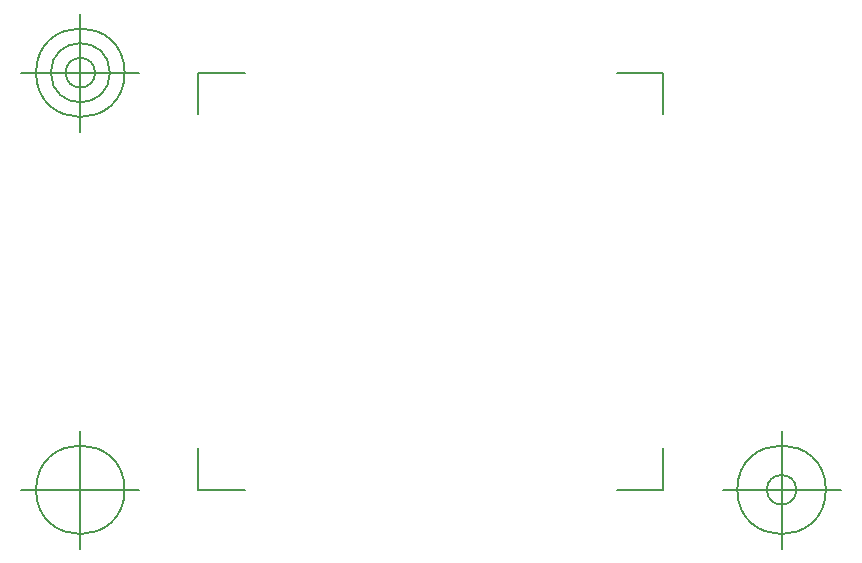
<source format=gbr>
G04 Generated by Ultiboard 14.1 *
%FSLAX33Y33*%
%MOMM*%

%ADD10C,0.001*%
%ADD11C,0.127*%


G04 ColorRGB FF14FF for the following layer *
%LNSilkscreen Bottom*%
%LPD*%
G54D10*
G54D11*
X31496Y37846D02*
X31496Y41377D01*
X31496Y37846D02*
X35433Y37846D01*
X70867Y37846D02*
X66930Y37846D01*
X70867Y37846D02*
X70867Y41377D01*
X70867Y73158D02*
X70867Y69627D01*
X70867Y73158D02*
X66930Y73158D01*
X31496Y73158D02*
X35433Y73158D01*
X31496Y73158D02*
X31496Y69627D01*
X26496Y37846D02*
X16496Y37846D01*
X21496Y32846D02*
X21496Y42846D01*
X17746Y37846D02*
G75*
D01*
G02X17746Y37846I3750J0*
G01*
X75867Y37846D02*
X85867Y37846D01*
X80867Y32846D02*
X80867Y42846D01*
X77117Y37846D02*
G75*
D01*
G02X77117Y37846I3750J0*
G01*
X79617Y37846D02*
G75*
D01*
G02X79617Y37846I1250J0*
G01*
X26496Y73158D02*
X16496Y73158D01*
X21496Y68158D02*
X21496Y78158D01*
X17746Y73158D02*
G75*
D01*
G02X17746Y73158I3750J0*
G01*
X18996Y73158D02*
G75*
D01*
G02X18996Y73158I2500J0*
G01*
X20246Y73158D02*
G75*
D01*
G02X20246Y73158I1250J0*
G01*

M02*

</source>
